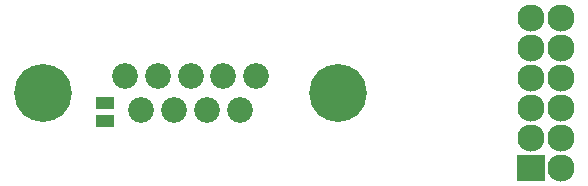
<source format=gbs>
G04 #@! TF.FileFunction,Soldermask,Bot*
%FSLAX46Y46*%
G04 Gerber Fmt 4.6, Leading zero omitted, Abs format (unit mm)*
G04 Created by KiCad (PCBNEW 4.0.2+dfsg1-stable) date ven. 30 juin 2017 17:47:39 CEST*
%MOMM*%
G01*
G04 APERTURE LIST*
%ADD10C,0.100000*%
%ADD11C,2.178000*%
%ADD12C,4.900000*%
%ADD13R,1.543000X1.035000*%
%ADD14R,2.400000X2.300000*%
%ADD15C,2.300000*%
G04 APERTURE END LIST*
D10*
D11*
X132966200Y-103580000D03*
X135736200Y-103580000D03*
X138506200Y-103580000D03*
X141276200Y-103580000D03*
X144046200Y-103580000D03*
X134351200Y-106420000D03*
X137121200Y-106420000D03*
X139891200Y-106420000D03*
X142661200Y-106420000D03*
D12*
X126011200Y-105000000D03*
X151001200Y-105000000D03*
D13*
X131305300Y-107353100D03*
X131305300Y-105829100D03*
D14*
X167309800Y-111350000D03*
D15*
X167309800Y-108810000D03*
X167309800Y-106270000D03*
X167309800Y-103730000D03*
X167309800Y-101190000D03*
X167309800Y-98650000D03*
X169849800Y-111350000D03*
X169849800Y-108810000D03*
X169849800Y-106270000D03*
X169849800Y-103730000D03*
X169849800Y-101190000D03*
X169849800Y-98650000D03*
M02*

</source>
